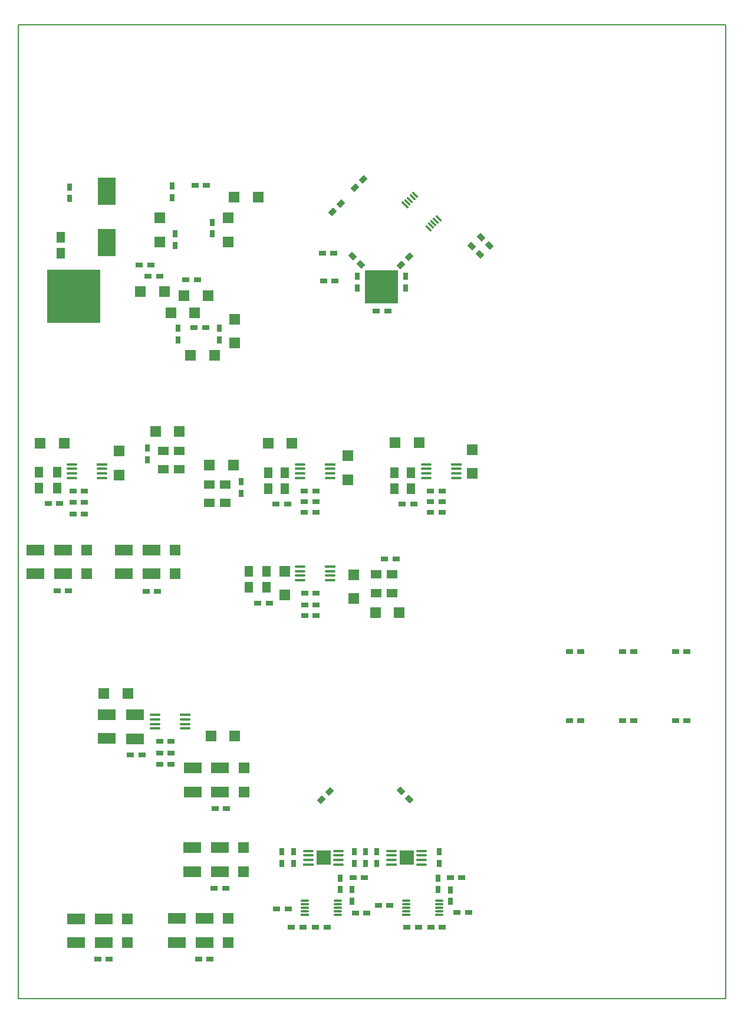
<source format=gbp>
%FSLAX25Y25*%
%MOIN*%
G70*
G01*
G75*
G04 Layer_Color=128*
%ADD10C,0.01000*%
%ADD11C,0.01100*%
%ADD12C,0.00900*%
%ADD13C,0.01500*%
%ADD14C,0.01600*%
%ADD15C,0.01063*%
%ADD16C,0.01400*%
%ADD17R,0.03500X0.10000*%
%ADD18R,0.30000X0.30000*%
%ADD19R,0.10827X0.03937*%
%ADD20R,0.02000X0.05200*%
G04:AMPARAMS|DCode=21|XSize=47.24mil|YSize=11.81mil|CornerRadius=0mil|HoleSize=0mil|Usage=FLASHONLY|Rotation=225.000|XOffset=0mil|YOffset=0mil|HoleType=Round|Shape=Round|*
%AMOVALD21*
21,1,0.03543,0.01181,0.00000,0.00000,225.0*
1,1,0.01181,0.01253,0.01253*
1,1,0.01181,-0.01253,-0.01253*
%
%ADD21OVALD21*%

G04:AMPARAMS|DCode=22|XSize=47.24mil|YSize=11.81mil|CornerRadius=0mil|HoleSize=0mil|Usage=FLASHONLY|Rotation=225.000|XOffset=0mil|YOffset=0mil|HoleType=Round|Shape=Rectangle|*
%AMROTATEDRECTD22*
4,1,4,0.01253,0.02088,0.02088,0.01253,-0.01253,-0.02088,-0.02088,-0.01253,0.01253,0.02088,0.0*
%
%ADD22ROTATEDRECTD22*%

G04:AMPARAMS|DCode=23|XSize=39.37mil|YSize=19.69mil|CornerRadius=0mil|HoleSize=0mil|Usage=FLASHONLY|Rotation=45.000|XOffset=0mil|YOffset=0mil|HoleType=Round|Shape=Rectangle|*
%AMROTATEDRECTD23*
4,1,4,-0.00696,-0.02088,-0.02088,-0.00696,0.00696,0.02088,0.02088,0.00696,-0.00696,-0.02088,0.0*
%
%ADD23ROTATEDRECTD23*%

%ADD24R,0.02000X0.01000*%
%ADD25R,0.01000X0.02000*%
%ADD26R,0.01063X0.03150*%
%ADD27R,0.03150X0.01063*%
%ADD28R,0.01181X0.02362*%
%ADD29R,0.06000X0.05000*%
%ADD30R,0.06000X0.02000*%
%ADD31O,0.06000X0.02000*%
%ADD32O,0.06000X0.01500*%
%ADD33R,0.06000X0.01500*%
%ADD34R,0.01200X0.06000*%
%ADD35O,0.01200X0.06000*%
%ADD36R,0.01800X0.05700*%
%ADD37R,0.06000X0.06000*%
%ADD38R,0.20000X0.09000*%
%ADD39R,0.24500X0.13000*%
%ADD40R,0.02200X0.10000*%
%ADD41R,0.03000X0.04000*%
%ADD42R,0.04000X0.03000*%
%ADD43R,0.06000X0.06000*%
G04:AMPARAMS|DCode=44|XSize=40mil|YSize=30mil|CornerRadius=0mil|HoleSize=0mil|Usage=FLASHONLY|Rotation=45.000|XOffset=0mil|YOffset=0mil|HoleType=Round|Shape=Rectangle|*
%AMROTATEDRECTD44*
4,1,4,-0.00354,-0.02475,-0.02475,-0.00354,0.00354,0.02475,0.02475,0.00354,-0.00354,-0.02475,0.0*
%
%ADD44ROTATEDRECTD44*%

%ADD45P,0.08485X4X90.0*%
G04:AMPARAMS|DCode=46|XSize=40mil|YSize=30mil|CornerRadius=0mil|HoleSize=0mil|Usage=FLASHONLY|Rotation=135.000|XOffset=0mil|YOffset=0mil|HoleType=Round|Shape=Rectangle|*
%AMROTATEDRECTD46*
4,1,4,0.02475,-0.00354,0.00354,-0.02475,-0.02475,0.00354,-0.00354,0.02475,0.02475,-0.00354,0.0*
%
%ADD46ROTATEDRECTD46*%

%ADD47R,0.18504X0.18504*%
%ADD48C,0.00800*%
%ADD49C,0.00600*%
%ADD50C,0.02800*%
%ADD51C,0.02000*%
%ADD52C,0.01200*%
%ADD53C,0.00700*%
%ADD54R,0.22500X0.25500*%
%ADD55R,0.55000X0.49000*%
%ADD56R,0.14500X0.19000*%
%ADD57R,0.28500X0.08000*%
%ADD58R,0.13500X0.07500*%
%ADD59C,0.08000*%
%ADD60R,0.10000X0.10000*%
%ADD61C,0.04000*%
%ADD62C,0.05800*%
%ADD63R,0.05800X0.05800*%
G04:AMPARAMS|DCode=64|XSize=212.99mil|YSize=253.94mil|CornerRadius=10.65mil|HoleSize=0mil|Usage=FLASHONLY|Rotation=90.000|XOffset=0mil|YOffset=0mil|HoleType=Round|Shape=RoundedRectangle|*
%AMROUNDEDRECTD64*
21,1,0.21299,0.23264,0,0,90.0*
21,1,0.19169,0.25394,0,0,90.0*
1,1,0.02130,0.11632,0.09585*
1,1,0.02130,0.11632,-0.09585*
1,1,0.02130,-0.11632,-0.09585*
1,1,0.02130,-0.11632,0.09585*
%
%ADD64ROUNDEDRECTD64*%
%ADD65C,0.02000*%
%ADD66C,0.10600*%
%ADD67C,0.12000*%
%ADD68C,0.12500*%
%ADD69C,0.02800*%
%ADD70C,0.03800*%
%ADD71C,0.03500*%
%ADD72C,0.02600*%
%ADD73C,0.04000*%
%ADD74C,0.03300*%
%ADD75C,0.00400*%
G04:AMPARAMS|DCode=76|XSize=235mil|YSize=140mil|CornerRadius=0mil|HoleSize=0mil|Usage=FLASHONLY|Rotation=135.000|XOffset=0mil|YOffset=0mil|HoleType=Round|Shape=Rectangle|*
%AMROTATEDRECTD76*
4,1,4,0.13258,-0.03359,0.03359,-0.13258,-0.13258,0.03359,-0.03359,0.13258,0.13258,-0.03359,0.0*
%
%ADD76ROTATEDRECTD76*%

G04:AMPARAMS|DCode=77|XSize=89.4mil|YSize=59.42mil|CornerRadius=0mil|HoleSize=0mil|Usage=FLASHONLY|Rotation=135.000|XOffset=0mil|YOffset=0mil|HoleType=Round|Shape=Rectangle|*
%AMROTATEDRECTD77*
4,1,4,0.05262,-0.01060,0.01060,-0.05262,-0.05262,0.01060,-0.01060,0.05262,0.05262,-0.01060,0.0*
%
%ADD77ROTATEDRECTD77*%

G04:AMPARAMS|DCode=78|XSize=188.32mil|YSize=137.38mil|CornerRadius=0mil|HoleSize=0mil|Usage=FLASHONLY|Rotation=45.000|XOffset=0mil|YOffset=0mil|HoleType=Round|Shape=Rectangle|*
%AMROTATEDRECTD78*
4,1,4,-0.01801,-0.11515,-0.11515,-0.01801,0.01801,0.11515,0.11515,0.01801,-0.01801,-0.11515,0.0*
%
%ADD78ROTATEDRECTD78*%

%ADD79R,0.05000X0.09500*%
%ADD80R,0.12000X0.14000*%
%ADD81R,0.12000X0.14500*%
%ADD82R,0.23500X0.14000*%
%ADD83R,0.12199X0.01800*%
%ADD84C,0.07600*%
%ADD85C,0.06400*%
%ADD86C,0.06600*%
%ADD87C,0.13000*%
%ADD88C,0.06200*%
%ADD89C,0.14400*%
%ADD90C,0.14900*%
%ADD91C,0.03600*%
%ADD92C,0.03900*%
%ADD93C,0.09400*%
%ADD94C,0.06800*%
%ADD95C,0.00900*%
%ADD96C,0.01200*%
%ADD97R,0.10000X0.15400*%
%ADD98R,0.10000X0.06000*%
%ADD99R,0.08100X0.08100*%
G04:AMPARAMS|DCode=100|XSize=47.24mil|YSize=11.81mil|CornerRadius=0mil|HoleSize=0mil|Usage=FLASHONLY|Rotation=315.000|XOffset=0mil|YOffset=0mil|HoleType=Round|Shape=Round|*
%AMOVALD100*
21,1,0.03543,0.01181,0.00000,0.00000,315.0*
1,1,0.01181,-0.01253,0.01253*
1,1,0.01181,0.01253,-0.01253*
%
%ADD100OVALD100*%

G04:AMPARAMS|DCode=101|XSize=47.24mil|YSize=11.81mil|CornerRadius=0mil|HoleSize=0mil|Usage=FLASHONLY|Rotation=315.000|XOffset=0mil|YOffset=0mil|HoleType=Round|Shape=Rectangle|*
%AMROTATEDRECTD101*
4,1,4,-0.02088,0.01253,-0.01253,0.02088,0.02088,-0.01253,0.01253,-0.02088,-0.02088,0.01253,0.0*
%
%ADD101ROTATEDRECTD101*%

%ADD102O,0.04724X0.01181*%
%ADD103R,0.04724X0.01181*%
%ADD104R,0.05000X0.06000*%
%ADD105C,0.03000*%
%ADD106R,0.15500X0.08500*%
%ADD107R,0.22500X0.17000*%
%ADD108R,0.12000X0.19000*%
%ADD109C,0.01181*%
%ADD110R,0.75000X0.15100*%
%ADD111R,0.34000X0.19000*%
%ADD112R,0.22500X0.06500*%
%ADD113R,0.13500X0.07000*%
%ADD114R,0.03900X0.10400*%
%ADD115R,0.30400X0.30400*%
%ADD116R,0.11227X0.04337*%
%ADD117R,0.02400X0.05600*%
G04:AMPARAMS|DCode=118|XSize=51.24mil|YSize=15.81mil|CornerRadius=0mil|HoleSize=0mil|Usage=FLASHONLY|Rotation=225.000|XOffset=0mil|YOffset=0mil|HoleType=Round|Shape=Round|*
%AMOVALD118*
21,1,0.03543,0.01581,0.00000,0.00000,225.0*
1,1,0.01581,0.01253,0.01253*
1,1,0.01581,-0.01253,-0.01253*
%
%ADD118OVALD118*%

G04:AMPARAMS|DCode=119|XSize=51.24mil|YSize=15.81mil|CornerRadius=0mil|HoleSize=0mil|Usage=FLASHONLY|Rotation=225.000|XOffset=0mil|YOffset=0mil|HoleType=Round|Shape=Rectangle|*
%AMROTATEDRECTD119*
4,1,4,0.01253,0.02371,0.02371,0.01253,-0.01253,-0.02371,-0.02371,-0.01253,0.01253,0.02371,0.0*
%
%ADD119ROTATEDRECTD119*%

G04:AMPARAMS|DCode=120|XSize=43.37mil|YSize=23.69mil|CornerRadius=0mil|HoleSize=0mil|Usage=FLASHONLY|Rotation=45.000|XOffset=0mil|YOffset=0mil|HoleType=Round|Shape=Rectangle|*
%AMROTATEDRECTD120*
4,1,4,-0.00696,-0.02371,-0.02371,-0.00696,0.00696,0.02371,0.02371,0.00696,-0.00696,-0.02371,0.0*
%
%ADD120ROTATEDRECTD120*%

%ADD121R,0.02400X0.01400*%
%ADD122R,0.01400X0.02400*%
%ADD123R,0.01463X0.03550*%
%ADD124R,0.03550X0.01463*%
%ADD125R,0.01581X0.02762*%
%ADD126R,0.06400X0.05400*%
%ADD127R,0.06400X0.02400*%
%ADD128O,0.06400X0.02400*%
%ADD129O,0.06400X0.01900*%
%ADD130R,0.06400X0.01900*%
%ADD131R,0.01600X0.06400*%
%ADD132O,0.01600X0.06400*%
%ADD133R,0.02400X0.06300*%
%ADD134R,0.06400X0.06400*%
%ADD135R,0.20400X0.09400*%
%ADD136R,0.24900X0.13400*%
%ADD137R,0.02600X0.10400*%
%ADD138R,0.03400X0.04400*%
%ADD139R,0.04400X0.03400*%
%ADD140R,0.06400X0.06400*%
G04:AMPARAMS|DCode=141|XSize=44mil|YSize=34mil|CornerRadius=0mil|HoleSize=0mil|Usage=FLASHONLY|Rotation=45.000|XOffset=0mil|YOffset=0mil|HoleType=Round|Shape=Rectangle|*
%AMROTATEDRECTD141*
4,1,4,-0.00354,-0.02758,-0.02758,-0.00354,0.00354,0.02758,0.02758,0.00354,-0.00354,-0.02758,0.0*
%
%ADD141ROTATEDRECTD141*%

%ADD142P,0.09051X4X90.0*%
G04:AMPARAMS|DCode=143|XSize=44mil|YSize=34mil|CornerRadius=0mil|HoleSize=0mil|Usage=FLASHONLY|Rotation=135.000|XOffset=0mil|YOffset=0mil|HoleType=Round|Shape=Rectangle|*
%AMROTATEDRECTD143*
4,1,4,0.02758,-0.00354,0.00354,-0.02758,-0.02758,0.00354,-0.00354,0.02758,0.02758,-0.00354,0.0*
%
%ADD143ROTATEDRECTD143*%

%ADD144R,0.18904X0.18904*%
%ADD145C,0.08400*%
%ADD146R,0.10400X0.10400*%
%ADD147C,0.04400*%
%ADD148R,0.06200X0.06200*%
G04:AMPARAMS|DCode=149|XSize=216.99mil|YSize=257.94mil|CornerRadius=12.65mil|HoleSize=0mil|Usage=FLASHONLY|Rotation=90.000|XOffset=0mil|YOffset=0mil|HoleType=Round|Shape=RoundedRectangle|*
%AMROUNDEDRECTD149*
21,1,0.21699,0.23264,0,0,90.0*
21,1,0.19169,0.25794,0,0,90.0*
1,1,0.02530,0.11632,0.09585*
1,1,0.02530,0.11632,-0.09585*
1,1,0.02530,-0.11632,-0.09585*
1,1,0.02530,-0.11632,0.09585*
%
%ADD149ROUNDEDRECTD149*%
%ADD150C,0.06000*%
%ADD151C,0.11000*%
%ADD152C,0.12400*%
%ADD153C,0.12900*%
%ADD154C,0.03200*%
%ADD155C,0.04200*%
%ADD156C,0.03000*%
%ADD157R,0.14000X0.07200*%
%ADD158R,0.29000X0.08500*%
%ADD159R,0.10400X0.15800*%
%ADD160R,0.10400X0.06400*%
%ADD161R,0.08500X0.08500*%
G04:AMPARAMS|DCode=162|XSize=51.24mil|YSize=15.81mil|CornerRadius=0mil|HoleSize=0mil|Usage=FLASHONLY|Rotation=315.000|XOffset=0mil|YOffset=0mil|HoleType=Round|Shape=Round|*
%AMOVALD162*
21,1,0.03543,0.01581,0.00000,0.00000,315.0*
1,1,0.01581,-0.01253,0.01253*
1,1,0.01581,0.01253,-0.01253*
%
%ADD162OVALD162*%

G04:AMPARAMS|DCode=163|XSize=51.24mil|YSize=15.81mil|CornerRadius=0mil|HoleSize=0mil|Usage=FLASHONLY|Rotation=315.000|XOffset=0mil|YOffset=0mil|HoleType=Round|Shape=Rectangle|*
%AMROTATEDRECTD163*
4,1,4,-0.02371,0.01253,-0.01253,0.02371,0.02371,-0.01253,0.01253,-0.02371,-0.02371,0.01253,0.0*
%
%ADD163ROTATEDRECTD163*%

%ADD164O,0.05124X0.01581*%
%ADD165R,0.05124X0.01581*%
%ADD166R,0.05400X0.06400*%
D18*
X31400Y396700D02*
D03*
D29*
X108000Y280000D02*
D03*
X117000D02*
D03*
Y290500D02*
D03*
X108000D02*
D03*
X91000Y299000D02*
D03*
X82000D02*
D03*
Y309500D02*
D03*
X91000D02*
D03*
X202400Y239800D02*
D03*
X211400D02*
D03*
X211100Y229000D02*
D03*
X202100D02*
D03*
D32*
X211000Y78460D02*
D03*
Y81020D02*
D03*
X228000Y75900D02*
D03*
Y78460D02*
D03*
Y81020D02*
D03*
X211000Y83580D02*
D03*
X228000D02*
D03*
X163900Y78460D02*
D03*
Y81020D02*
D03*
X180900Y75900D02*
D03*
Y78460D02*
D03*
Y81020D02*
D03*
X163900Y83580D02*
D03*
X180900D02*
D03*
X159300Y236520D02*
D03*
X176300D02*
D03*
X159300Y239080D02*
D03*
Y241640D02*
D03*
Y244200D02*
D03*
X176300Y239080D02*
D03*
Y241640D02*
D03*
X77300Y152720D02*
D03*
X94300D02*
D03*
X77300Y155280D02*
D03*
Y157840D02*
D03*
Y160400D02*
D03*
X94300Y155280D02*
D03*
Y157840D02*
D03*
X159300Y294220D02*
D03*
X176300D02*
D03*
X159300Y296780D02*
D03*
Y299340D02*
D03*
Y301900D02*
D03*
X176300Y296780D02*
D03*
Y299340D02*
D03*
X230500Y294220D02*
D03*
X247500D02*
D03*
X230500Y296780D02*
D03*
Y299340D02*
D03*
Y301900D02*
D03*
X247500Y296780D02*
D03*
Y299340D02*
D03*
X30400Y294220D02*
D03*
X47400D02*
D03*
X30400Y296780D02*
D03*
Y299340D02*
D03*
Y301900D02*
D03*
X47400Y296780D02*
D03*
Y299340D02*
D03*
D33*
X211000Y75900D02*
D03*
X163900D02*
D03*
X176300Y244200D02*
D03*
X94300Y160400D02*
D03*
X176300Y301900D02*
D03*
X247500D02*
D03*
X47400D02*
D03*
D37*
X93700Y397300D02*
D03*
X107200D02*
D03*
X82500Y399500D02*
D03*
X69000D02*
D03*
X108800Y148600D02*
D03*
X122300D02*
D03*
X61800Y172400D02*
D03*
X48300D02*
D03*
X226500Y314220D02*
D03*
X213000D02*
D03*
X154600Y313720D02*
D03*
X141100D02*
D03*
X108000Y301500D02*
D03*
X121500D02*
D03*
X91000Y320500D02*
D03*
X77500D02*
D03*
X121987Y452721D02*
D03*
X135487D02*
D03*
X25900Y313900D02*
D03*
X12400D02*
D03*
X201900Y218100D02*
D03*
X215400D02*
D03*
X97400Y363500D02*
D03*
X110900D02*
D03*
X86200Y387400D02*
D03*
X99700D02*
D03*
D41*
X29000Y452000D02*
D03*
Y458500D02*
D03*
X191590Y408051D02*
D03*
Y401551D02*
D03*
X218910Y408051D02*
D03*
Y401551D02*
D03*
X149000Y83100D02*
D03*
Y76600D02*
D03*
X202600Y76500D02*
D03*
Y83000D02*
D03*
X155600Y76600D02*
D03*
Y83100D02*
D03*
X190000Y76500D02*
D03*
Y83000D02*
D03*
X188500Y55200D02*
D03*
Y61700D02*
D03*
X182000Y61800D02*
D03*
Y68300D02*
D03*
X244300Y55100D02*
D03*
Y61600D02*
D03*
X237200Y61700D02*
D03*
Y68200D02*
D03*
X237900Y76500D02*
D03*
Y83000D02*
D03*
X196200D02*
D03*
Y76500D02*
D03*
X126000Y292000D02*
D03*
Y285500D02*
D03*
X73000Y311000D02*
D03*
Y304500D02*
D03*
X90300Y378800D02*
D03*
Y372300D02*
D03*
X113700D02*
D03*
Y378800D02*
D03*
X87000Y459000D02*
D03*
Y452500D02*
D03*
X109590Y438649D02*
D03*
Y432149D02*
D03*
X88690D02*
D03*
Y425649D02*
D03*
D42*
X378000Y157000D02*
D03*
X371500D02*
D03*
X378000Y196000D02*
D03*
X371500D02*
D03*
X168251Y216390D02*
D03*
X161751D02*
D03*
X318000Y196000D02*
D03*
X311500D02*
D03*
X318000Y157000D02*
D03*
X311500D02*
D03*
X348000Y196000D02*
D03*
X341500D02*
D03*
X348000Y157000D02*
D03*
X341500D02*
D03*
X101200Y406300D02*
D03*
X94700D02*
D03*
X178251Y421190D02*
D03*
X171751D02*
D03*
X179051Y405390D02*
D03*
X172551D02*
D03*
X202249Y388510D02*
D03*
X208749D02*
D03*
X154400Y40600D02*
D03*
X160900D02*
D03*
X168000D02*
D03*
X174500D02*
D03*
X195600Y68600D02*
D03*
X189100D02*
D03*
X233200Y40600D02*
D03*
X239700D02*
D03*
X250600Y68500D02*
D03*
X244100D02*
D03*
X219600Y40600D02*
D03*
X226100D02*
D03*
X168400Y222620D02*
D03*
X161900D02*
D03*
Y229120D02*
D03*
X168400D02*
D03*
X135400Y223620D02*
D03*
X141900D02*
D03*
X79800Y132400D02*
D03*
X86300D02*
D03*
X63300Y137800D02*
D03*
X69800D02*
D03*
X86300Y138900D02*
D03*
X79800D02*
D03*
Y145400D02*
D03*
X86300D02*
D03*
X217000Y279620D02*
D03*
X223500D02*
D03*
X152100Y279520D02*
D03*
X145600D02*
D03*
X161600Y274720D02*
D03*
X168100D02*
D03*
X161600Y286720D02*
D03*
X168100D02*
D03*
Y280720D02*
D03*
X161600D02*
D03*
X117600Y107600D02*
D03*
X111100D02*
D03*
X108400Y22600D02*
D03*
X101900D02*
D03*
X51300Y22500D02*
D03*
X44800D02*
D03*
X117100Y62600D02*
D03*
X110600D02*
D03*
X239500Y280720D02*
D03*
X233000D02*
D03*
Y286720D02*
D03*
X239500D02*
D03*
X233000Y274720D02*
D03*
X239500D02*
D03*
X30900Y286900D02*
D03*
X37400D02*
D03*
X16900Y279800D02*
D03*
X23400D02*
D03*
X30900Y273900D02*
D03*
X37400D02*
D03*
Y280400D02*
D03*
X30900D02*
D03*
X207000Y248500D02*
D03*
X213500D02*
D03*
X68400Y414500D02*
D03*
X74900D02*
D03*
X99900Y459500D02*
D03*
X106400D02*
D03*
X73400Y408100D02*
D03*
X79900D02*
D03*
X105800Y379000D02*
D03*
X99300D02*
D03*
X146007Y50727D02*
D03*
X152507D02*
D03*
X196993Y48373D02*
D03*
X190493D02*
D03*
X203507Y52827D02*
D03*
X210007D02*
D03*
X254493Y48973D02*
D03*
X247993D02*
D03*
X78700Y230249D02*
D03*
X72200D02*
D03*
X28400Y230610D02*
D03*
X21900D02*
D03*
D43*
X150500Y241520D02*
D03*
Y228020D02*
D03*
X189500Y239520D02*
D03*
Y226020D02*
D03*
X186100Y306720D02*
D03*
Y293220D02*
D03*
X127500Y130400D02*
D03*
Y116900D02*
D03*
X118700Y31900D02*
D03*
Y45400D02*
D03*
X61600Y45300D02*
D03*
Y31800D02*
D03*
X127400Y85400D02*
D03*
Y71900D02*
D03*
X256500Y310220D02*
D03*
Y296720D02*
D03*
X56900Y309400D02*
D03*
Y295900D02*
D03*
X122300Y370400D02*
D03*
Y383900D02*
D03*
X79800Y441100D02*
D03*
Y427600D02*
D03*
X118600D02*
D03*
Y441100D02*
D03*
X88700Y240110D02*
D03*
Y253610D02*
D03*
X38700D02*
D03*
Y240110D02*
D03*
D44*
X216190Y414449D02*
D03*
X220786Y419045D02*
D03*
X190204Y458204D02*
D03*
X194800Y462800D02*
D03*
X177604Y444504D02*
D03*
X182200Y449100D02*
D03*
X171397Y112477D02*
D03*
X175993Y117073D02*
D03*
D46*
X188851Y419390D02*
D03*
X193447Y414794D02*
D03*
X220769Y112911D02*
D03*
X216173Y117507D02*
D03*
X266206Y425655D02*
D03*
X261610Y430251D02*
D03*
X260986Y420653D02*
D03*
X256390Y425249D02*
D03*
D47*
X205300Y402181D02*
D03*
D48*
X400000Y-0D02*
Y550000D01*
X119300D02*
X400000D01*
X0Y168100D02*
Y364950D01*
X75300Y-0D02*
X400000D01*
X0D02*
Y168100D01*
Y-0D02*
X75300D01*
X0Y550000D02*
X119300D01*
X0Y364950D02*
Y550000D01*
D97*
X50000Y456000D02*
D03*
Y427000D02*
D03*
D98*
X50000Y147000D02*
D03*
Y160500D02*
D03*
X65800Y160400D02*
D03*
Y146900D02*
D03*
X98400Y71900D02*
D03*
Y85400D02*
D03*
X113900D02*
D03*
Y71900D02*
D03*
X32600Y31800D02*
D03*
Y45300D02*
D03*
X48100D02*
D03*
Y31800D02*
D03*
X89700Y31900D02*
D03*
Y45400D02*
D03*
X105200D02*
D03*
Y31900D02*
D03*
X98500Y116900D02*
D03*
Y130400D02*
D03*
X114000D02*
D03*
Y116900D02*
D03*
X59700Y240110D02*
D03*
Y253610D02*
D03*
X75200D02*
D03*
Y240110D02*
D03*
X9700D02*
D03*
Y253610D02*
D03*
X25200D02*
D03*
Y240110D02*
D03*
D99*
X219565Y79785D02*
D03*
X172456D02*
D03*
D100*
X224190Y454090D02*
D03*
X237413Y440867D02*
D03*
X235999Y439453D02*
D03*
X231823Y435277D02*
D03*
X234607Y438061D02*
D03*
X221384Y451284D02*
D03*
X219992Y449892D02*
D03*
X222776Y452676D02*
D03*
X233215Y436669D02*
D03*
D101*
X218600Y448500D02*
D03*
D102*
X237800Y49569D02*
D03*
X219100Y53506D02*
D03*
Y49569D02*
D03*
Y51537D02*
D03*
X237800D02*
D03*
Y47600D02*
D03*
Y53506D02*
D03*
Y55506D02*
D03*
X219100D02*
D03*
X161900D02*
D03*
X180600D02*
D03*
Y53506D02*
D03*
Y47600D02*
D03*
Y51537D02*
D03*
X161900D02*
D03*
Y49569D02*
D03*
Y53506D02*
D03*
X180600Y49569D02*
D03*
D103*
X219100Y47600D02*
D03*
X161900D02*
D03*
D104*
X130100Y241520D02*
D03*
Y232520D02*
D03*
X140400D02*
D03*
Y241520D02*
D03*
X212700Y297320D02*
D03*
Y288320D02*
D03*
X222000Y288220D02*
D03*
Y297220D02*
D03*
X141300Y297320D02*
D03*
Y288320D02*
D03*
X150600Y288220D02*
D03*
Y297220D02*
D03*
X23800Y430200D02*
D03*
Y421200D02*
D03*
X11600Y297500D02*
D03*
Y288500D02*
D03*
X21900D02*
D03*
Y297500D02*
D03*
M02*

</source>
